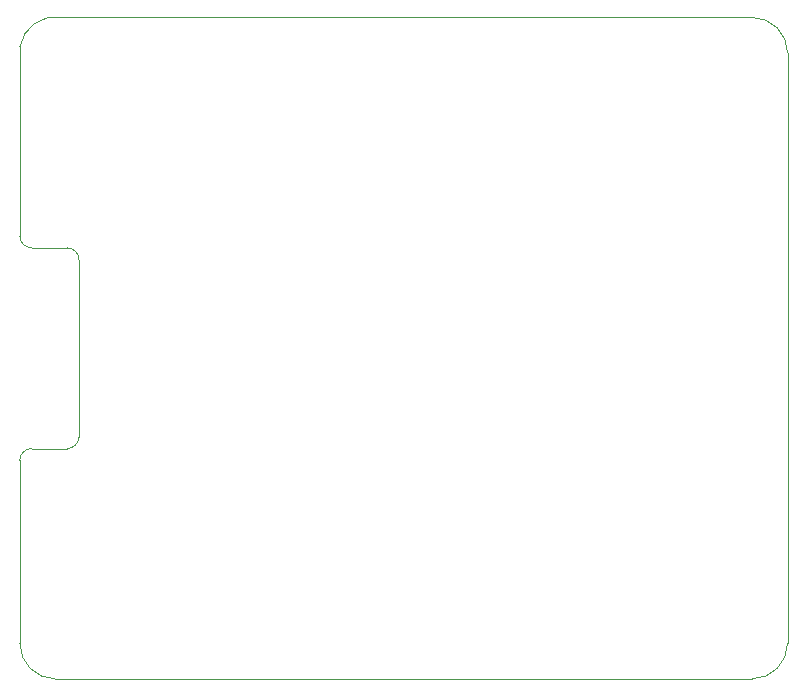
<source format=gbr>
G04 #@! TF.GenerationSoftware,KiCad,Pcbnew,(5.1.0)-1*
G04 #@! TF.CreationDate,2019-03-28T22:22:43+01:00*
G04 #@! TF.ProjectId,debounce_shield,6465626f-756e-4636-955f-736869656c64,rev?*
G04 #@! TF.SameCoordinates,Original*
G04 #@! TF.FileFunction,Profile,NP*
%FSLAX46Y46*%
G04 Gerber Fmt 4.6, Leading zero omitted, Abs format (unit mm)*
G04 Created by KiCad (PCBNEW (5.1.0)-1) date 2019-03-28 22:22:43*
%MOMM*%
%LPD*%
G04 APERTURE LIST*
%ADD10C,0.100000*%
G04 APERTURE END LIST*
D10*
X162510600Y-75585200D02*
G75*
G03X159510600Y-72585200I-3000000J0D01*
G01*
X101010600Y-72585200D02*
X159510600Y-72585200D01*
X101010600Y-72585200D02*
G75*
G03X97510600Y-75085200I-500000J-3000000D01*
G01*
X98510600Y-109085200D02*
G75*
G03X97510600Y-110085200I0J-1000000D01*
G01*
X101510600Y-109085200D02*
G75*
G03X102510600Y-108085200I0J1000000D01*
G01*
X102510600Y-93085200D02*
G75*
G03X101510600Y-92085200I-1000000J0D01*
G01*
X97510600Y-91085200D02*
G75*
G03X98510600Y-92085200I1000000J0D01*
G01*
X159510600Y-128585200D02*
G75*
G03X162510600Y-125585200I0J3000000D01*
G01*
X97510600Y-125585200D02*
G75*
G03X100510600Y-128585200I3000000J0D01*
G01*
X97510600Y-110085200D02*
X97510600Y-125585200D01*
X97510600Y-75085200D02*
X97510600Y-91085200D01*
X98510600Y-109085200D02*
X101510600Y-109085200D01*
X98510600Y-92085200D02*
X101510600Y-92085200D01*
X102510600Y-93085200D02*
X102510600Y-108085200D01*
X100510600Y-128585200D02*
X159510600Y-128585200D01*
X162510600Y-75585200D02*
X162510600Y-125585200D01*
M02*

</source>
